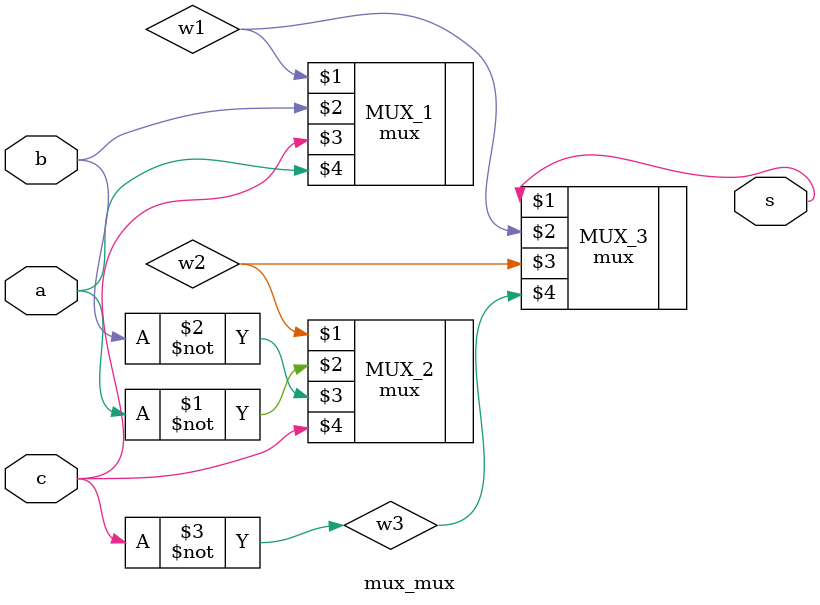
<source format=v>
module mux_mux(output s, input a, input b, input c);
    wire w1, w2, w3;
    
    mux MUX_1(w1, b, c, a);
    mux MUX_2(w2, ~a, ~b, c);
    not NOT_1(w3, c);
    mux MUX_3(s, w1, w2, w3);
    
endmodule

</source>
